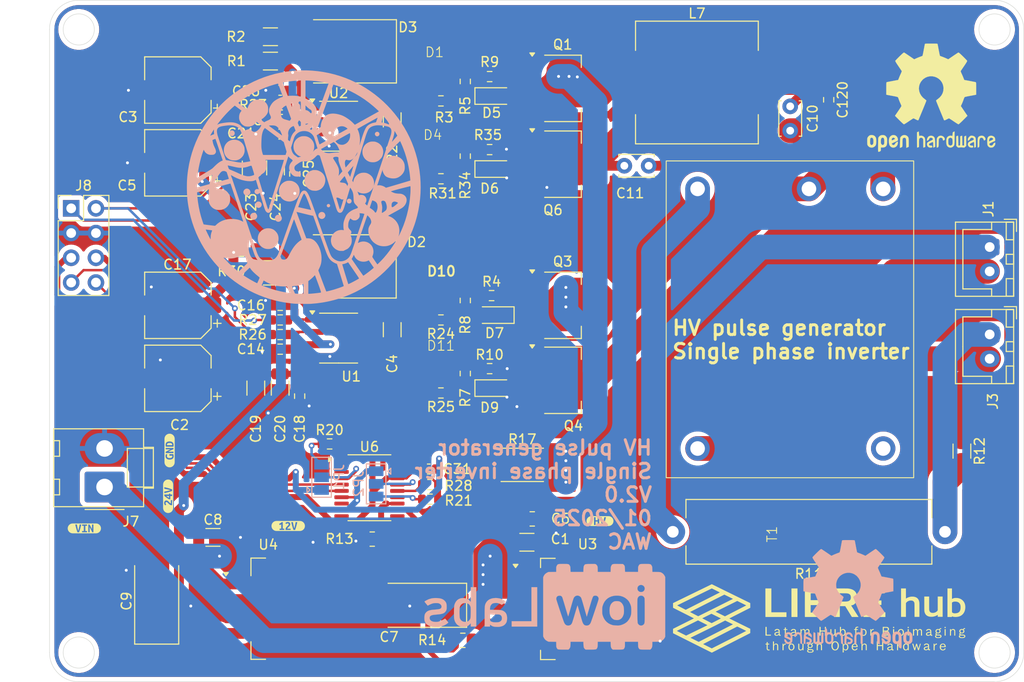
<source format=kicad_pcb>
(kicad_pcb (version 20240108) (generator "pcbnew") (generator_version "8.0")
  (layers (0 "F.Cu" signal) (31 "B.Cu" signal) (34 "B.Paste" user) (35 "F.Paste" user) (36 "B.SilkS" user "B.Silkscreen") (37 "F.SilkS" user "F.Silkscreen") (38 "B.Mask" user) (39 "F.Mask" user) (44 "Edge.Cuts" user))
  (net 0 "")
  (net 1 "+24CH1")
  (net 2 "PWRGND2")
  (net 3 "+12V")
  (net 4 "Net-(D2-K)")
  (net 5 "VP3CHX")
  (net 6 "HV2")
  (net 7 "Net-(U1-HI)")
  (net 8 "Net-(U1-LI)")
  (net 9 "Net-(U1-VDD)")
  (net 10 "Net-(U2-HI)")
  (net 11 "VP1CHX")
  (net 12 "Net-(D3-K)")
  (net 13 "Net-(U2-VDD)")
  (net 14 "Net-(U2-LI)")
  (net 15 "3.3V")
  (net 16 "Net-(T1-AA)")
  (net 17 "Net-(D1-K)")
  (net 18 "Net-(D1-A)")
  (net 19 "Net-(D2-A)")
  (net 20 "Net-(D3-A)")
  (net 21 "Net-(D4-K)")
  (net 22 "Net-(D4-A)")
  (net 23 "Net-(D5-A)")
  (net 24 "Net-(D5-K)")
  (net 25 "Net-(D6-K)")
  (net 26 "Net-(D7-A)")
  (net 27 "Net-(D7-K)")
  (net 28 "Net-(D9-K)")
  (net 29 "Net-(D10-A)")
  (net 30 "Net-(D10-K)")
  (net 31 "Net-(D11-A)")
  (net 32 "Net-(D11-K)")
  (net 33 "HVCH1")
  (net 34 "HV")
  (net 35 "VSCH1")
  (net 36 "SCL")
  (net 37 "SDA")
  (net 38 "UxPWMxB'")
  (net 39 "UxPWMxA'")
  (net 40 "Net-(JP1-C)")
  (net 41 "Net-(JP1-B)")
  (net 42 "Net-(JP2-C)")
  (net 43 "Net-(JP2-B)")
  (net 44 "P0B00")
  (net 45 "P0W00")
  (net 46 "P1W00")
  (net 47 "P1B00")
  (net 48 "Net-(U6E-~{RESET})")
  (net 58 "GND1")
  (net 59 "GND")
  (footprint "Capacitor_SMD:C_0603_1608Metric" (layer "F.Cu") (at 88.925 111.15)
    (property "Reference" "C31")
    (property "Value" "100nF")
  )
  (footprint "Resistor_SMD:R_1206_3216Metric" (layer "F.Cu") (at 71.175 102.84 -90)
    (property "Reference" "C19")
    (property "Value" "10uF")
  )
  (footprint "Resistor_SMD:R_1206_3216Metric" (layer "F.Cu") (at 72.675 91.34)
    (property "Reference" "R30")
    (property "Value" "10ohm")
  )
  (footprint "Resistor_SMD:R_1206_3216Metric" (layer "F.Cu") (at 85.175 96.84 -90)
    (property "Reference" "C4")
    (property "Value" "100nF")
  )
  (footprint "Resistor_SMD:R_0603_1608Metric" (layer "F.Cu") (at 92.675 101.34 90)
    (property "Reference" "R7")
    (property "Value" "10ohm")
  )
  (footprint "Resistor_SMD:R_0603_1608Metric" (layer "F.Cu") (at 90.175 103.34 180)
    (property "Reference" "R25")
    (property "Value" "6.8ohm")
  )
  (footprint "Connector_Molex:Molex_KK-396_A-41791-0002_1x02_P3.96mm_Vertical" (layer "F.Cu") (at 55.65 113 90)
    (property "Reference" "J7")
    (property "Value" "HDR-2x1")
  )
  (footprint "Resistor_SMD:R_0603_1608Metric" (layer "F.Cu") (at 73.675 75.25)
    (property "Reference" "R6")
    (property "Value" "49.9ohm")
  )
  (footprint "Diode_SMD:D_SMC" (layer "F.Cu") (at 80.675 90.34 180)
    (property "Reference" "D2")
    (property "Value" "MURS360T3G")
  )
  (footprint "Package_TO_SOT_SMD:SOT-223" (layer "F.Cu") (at 102.675 72.0525)
    (property "Reference" "Q1")
    (property "Value" "821-TSM950N10CWRPG")
  )
  (footprint "Resistor_SMD:R_0603_1608Metric" (layer "F.Cu") (at 73.675 95.84 180)
    (property "Reference" "R27")
    (property "Value" "49.9ohm")
  )
  (footprint "Resistor_SMD:R_0805_2012Metric" (layer "F.Cu") (at 92.425 128.75)
    (property "Reference" "R14")
    (property "Value" "470k")
  )
  (footprint "Resistor_SMD:R_0603_1608Metric" (layer "F.Cu") (at 92.675 93.84 -90)
    (property "Reference" "R8")
    (property "Value" "10k")
  )
  (footprint "Connector_PinHeader_2.54mm:PinHeader_2x04_P2.54mm_Vertical" (layer "F.Cu") (at 52.225 84.375)
    (property "Reference" "J8")
    (property "Value" "Conn_02x04_Odd_Even")
  )
  (footprint "Resistor_SMD:R_0603_1608Metric" (layer "F.Cu") (at 95.375 93.34)
    (property "Reference" "R4")
    (property "Value" "10ohm")
  )
  (footprint "Connector_JST:JST_XH_B2B-XH-A_1x02_P2.50mm_Vertical" (layer "F.Cu") (at 146.5 97.325 -90)
    (property "Reference" "J3")
    (property "Value" "HDR-2x1")
  )
  (footprint "IoWLabs:Transformer_EE2" (layer "F.Cu") (at 135.57 109.045 90)
    (property "Reference" "T1")
    (property "Value" "Transformer_1P_1S")
  )
  (footprint "Resistor_THT:R_Axial_Power_L25.0mm_W6.4mm_P27.94mm" (layer "F.Cu") (at 141.915 117.6 180)
    (property "Reference" "R11")
    (property "Value" "500M")
  )
  (footprint "Resistor_SMD:R_1206_3216Metric" (layer "F.Cu") (at 70.7 80.25 -90)
    (property "Reference" "C23")
    (property "Value" "10uF")
  )
  (footprint "Resistor_SMD:R_0603_1608Metric" (layer "F.Cu") (at 78.75 108.575)
    (property "Reference" "R20")
    (property "Value" "10k")
  )
  (footprint "Resistor_SMD:R_1206_3216Metric" (layer "F.Cu") (at 73.2 80.2125 -90)
    (property "Reference" "C24")
    (property "Value" "10uF")
  )
  (footprint "Resistor_SMD:R_0603_1608Metric" (layer "F.Cu") (at 73.675 94.34 180)
    (property "Reference" "C16")
    (property "Value" "33pF")
  )
  (footprint "Diode_SMD:D_SOD-323_HandSoldering" (layer "F.Cu") (at 95.675 95.34 180)
    (property "Reference" "D7")
    (property "Value" "BAT54HT1G")
  )
  (footprint "kibuzzard-6790E42E" (layer "F.Cu") (at 62.175 113.95 90)
    (property "Reference" "kibuzzard-6790E42E" (hide yes))
    (property "Value" "G***" (hide yes))
  )
  (footprint "Diode_SMD:D_SOD-323_HandSoldering" (layer "F.Cu") (at 95.675 80.34)
    (property "Reference" "D6")
    (property "Value" "BAT54HT1G")
  )
  (footprint "Resistor_SMD:R_1206_3216Metric" (layer "F.Cu") (at 72.675 88.84)
    (property "Reference" "R22")
    (property "Value" "3.3ohm")
  )
  (footprint "Resistor_SMD:R_0603_1608Metric" (layer "F.Cu") (at 129.975 73.225 -90)
    (property "Reference" "C120")
    (property "Value" "470nF")
  )
  (footprint "Package_SO:SOIC-8_3.9x4.9mm_P1.27mm" (layer "F.Cu") (at 79.675 75.94)
    (property "Reference" "U2")
    (property "Value" "UCC27712D")
  )
  (footprint "Resistor_SMD:R_0805_2012Metric" (layer "F.Cu") (at 83.125 118.35)
    (property "Reference" "R13")
    (property "Value" "24k")
  )
  (footprint "Package_SO:TSSOP-20_4.4x6.5mm_P0.65mm" (layer "F.Cu") (at 82.8375 113.075)
    (property "Reference" "U6")
    (property "Value" "MCP4451-xxxx-ST")
  )
  (footprint "Symbol:OSHW-Logo2_14.6x12mm_SilkScreen" (layer "F.Cu") (at 140.5 73)
    (property "Reference" "REF**" (hide yes))
    (property "Value" "OSHW-Logo2_14.6x12mm_SilkScreen" (hide yes))
  )
  (footprint "Diode_SMD:D_SMC" (layer "F.Cu") (at 80.7 68.25 180)
    (property "Reference" "D3")
    (property "Value" "MURS360T3G")
  )
  (footprint "Resistor_SMD:R_0603_1608Metric" (layer "F.Cu") (at 92.675 79.015 90)
    (property "Reference" "R34")
    (property "Value" "10ohm")
  )
  (footprint "Resistor_SMD:R_1206_3216Metric" (layer "F.Cu") (at 72.675 66.75)
    (property "Reference" "R2")
    (property "Value" "3.3ohm")
  )
  (footprint "IoWLabsLogos:LIBRE_HUB" (layer "F.Cu") (at 129 126.5)
    (property "Reference" "G***" (hide yes))
    (property "Value" "LOGO" (hide yes))
  )
  (footprint "Capacitor_SMD:CP_Elec_6.3x5.8" (layer "F.Cu") (at 63.175 101.84 180)
    (property "Reference" "C2")
    (property "Value" "10uF")
  )
  (footprint "kibuzzard-6790EA6C" (layer "F.Cu") (at 106.5 116.5)
    (property "Reference" "kibuzzard-6790EA6C" (hide yes))
    (property "Value" "G***" (hide yes))
  )
  (footprint "IoWLabs:DO - 216" (layer "F.Cu") (at 90.175 78.84)
    (property "Reference" "D4")
    (property "Value" "MBRM130LT1G")
  )
  (footprint "Resistor_SMD:R_1206_3216Metric" (layer "F.Cu") (at 85.175 75.2875 -90)
    (property "Reference" "C22")
    (property "Value" "100nF")
  )
  (footprint "Capacitor_SMD:C_0603_1608Metric" (layer "F.Cu") (at 73.675 76.75)
    (property "Reference" "C21")
    (property "Value" "33pF")
  )
  (footprint "Resistor_SMD:R_0603_1608Metric" (layer "F.Cu") (at 90.175 81.34 180)
    (property "Reference" "R31")
    (property "Value" "6.8ohm")
  )
  (footprint "Capacitor_SMD:C_0603_1608Metric" (layer "F.Cu") (at 73.675 72.25 180)
    (property "Reference" "C26")
    (property "Value" "33pF")
  )
  (footprint "Connector_JST:JST_XH_B2B-XH-A_1x02_P2.50mm_Vertical" (layer "F.Cu") (at 146.5 88.35 -90)
    (property "Reference" "J1")
    (property "Value" "HDR-2x1")
  )
  (footprint "Resistor_SMD:R_0603_1608Metric" (layer "F.Cu") (at 75.675 103.665 -90)
    (property "Reference" "C18")
    (property "Value" "100nF")
  )
  (footprint "Capacitor_SMD:CP_Elec_6.3x5.8" (layer "F.Cu") (at 63.175 79.7 180)
    (property "Reference" "C5")
    (property "Value" "10uF")
  )
  (footprint "Resistor_SMD:R_0805_2012Metric" (layer "F.Cu") (at 99.55 116.275)
    (property "Reference" "C6")
    (property "Value" "100nF")
  )
  (footprint "Resistor_SMD:R_1206_3216Metric" (layer "F.Cu") (at 72.675 69.25)
    (property "Reference" "R1")
    (property "Value" "10ohm")
  )
  (footprint "Package_TO_SOT_SMD:TO-263-5_TabPin3" (layer "F.Cu") (at 105.225 125.525)
    (property "Reference" "U3")
    (property "Value" "MIC29302WU")
  )
  (footprint "Diode_SMD:D_SOD-323_HandSoldering" (layer "F.Cu") (at 95.675 72.84)
    (property "Reference" "D5")
    (property "Value" "BAT54HT1G")
  )
  (footprint "Inductor_SMD:L_12x12mm_H6mm" (layer "F.Cu") (at 116.45 71.45)
    (property "Reference" "L7")
    (property "Value" "6.1uH")
  )
  (footprint "Capacitor_Tantalum_SMD:CP_EIA-7343-31_Kemet-D" (layer "F.Cu") (at 61 124.725 90)
    (property "Reference" "C9")
    (property "Value" "10uF")
  )
  (footprint "IoWLabs:DO - 216" (layer "F.Cu") (at 90.175 100.84)
    (property "Reference" "D11")
    (property "Value" "MBRM130LT1G")
  )
  (footprint "kibuzzard-6790EA5D" (layer "F.Cu") (at 74.5 117)
    (property "Reference" "kibuzzard-6790EA5D" (hide yes))
    (property "Value" "G***" (hide yes))
  )
  (footprint "IoWLabs:DO - 216" (layer "F.Cu") (at 90.175 93.34)
    (property "Reference" "D10")
    (property "Value" "MBRM130LT1G")
  )
  (footprint "Resistor_SMD:R_1206_3216Metric" (layer "F.Cu") (at 99 118.675)
    (property "Reference" "C1")
    (property "Value" "10uF")
  )
  (footprint "Resistor_SMD:R_0603_1608Metric" (layer "F.Cu") (at 73.675 73.75 180)
    (property "Reference" "R23")
    (property "Value" "49.9ohm")
  )
  (footprint "Resistor_SMD:R_0603_1608Metric" (layer "F.Cu") (at 95.175 100.84)
    (property "Reference" "R10")
    (property "Value" "10k")
  )
  (footprint "Package_TO_SOT_SMD:SOT-223" (layer "F.Cu") (at 102.675 79.84)
    (property "Reference" "Q6")
    (property "Value" "821-TSM950N10CWRPG")
  )
  (footprint "Resistor_SMD:R_0603_1608Metric" (layer "F.Cu") (at 89.05 112.75)
    (property "Reference" "R28")
    (property "Value" "10k")
  )
  (footprint "Resistor_SMD:R_0603_1608Metric" (layer "F.Cu") (at 95.175 78.34)
    (property "Reference" "R35")
    (property "Value" "10k")
  )
  (footprint "Resistor_SMD:R_1206_3216Metric" (layer "F.Cu") (at 73.675 102.84 -90)
    (property "Reference" "C20")
    (property "Value" "10uF")
  )
  (footprint "IoWLabs:DO - 216" (layer "F.Cu") (at 90.175 70.84)
    (property "Reference" "D1")
    (property "Value" "MBRM130LT1G")
  )
  (footprint "Capacitor_Tantalum_SMD:CP_EIA-7343-31_Kemet-D" (layer "F.Cu") (at 88.4 125.15 180)
    (property "Reference" "C7")
    (property "Value" "10uF")
  )
  (footprint "Package_TO_SOT_SMD:TO-263-3_TabPin4" (layer "F.Cu") (at 75.5 125.5)
    (property "Reference" "U4")
    (property "Value" "~")
  )
  (footprint "Package_SO:SOIC-8_3.9x4.9mm_P1.27mm" (layer "F.Cu") (at 79.675 97.705)
    (property "Reference" "U1")
    (property "Value" "UCC27712D")
  )
  (footprint "Resistor_SMD:R_2512_6332Metric" (layer "F.Cu") (at 98.525 110.725)
    (property "Reference" "R17")
    (property "Value" "200")
  )
  (footprint "Package_TO_SOT_SMD:SOT-223" (layer "F.Cu") (at 102.675 102.04)
    (property "Reference" "Q4")
    (property "Value" "821-TSM950N10CWRPG")
  )
  (footprint "Resistor_SMD:R_0603_1608Metric" (layer "F.Cu") (at 73.675 97.34)
    (property "Reference" "R26")
    (property "Value" "49.9ohm")
  )
  (footprint "Resistor_SMD:R_0603_1608Metric" (layer "F.Cu") (at 90.175 95.84 180)
    (property "Reference" "R24")
    (property "Value" "6.8ohm")
  )
  (footprint "Package_TO_SOT_SMD:SOT-223" (layer "F.Cu") (at 102.675 94.34)
    (property "Reference" "Q3")
    (property "Value" "821-TSM950N10CWRPG")
  )
  (footprint "Resistor_SMD:R_0603_1608Metric" (layer "F.Cu") (at 89.05 114.25)
    (property "Reference" "R21")
    (property "Value" "10k")
  )
  (footprint "Resistor_SMD:R_1206_3216Metric" (layer "F.Cu") (at 143.65 109.3125 -90)
    (property "Reference" "R12")
    (property "Value" "1M")
  )
  (footprint "kibuzzard-6790E442" (layer "F.Cu") (at 62.325 109.25 90)
    (property "Reference" "kibuzzard-6790E442" (hide yes))
    (property "Value" "G***" (hide yes))
  )
  (footprint "Resistor_SMD:R_0603_1608Metric" (layer "F.Cu") (at 90.175 73.34 180)
    (property "Reference" "R3")
    (property "Value" "6.8ohm")
  )
  (footprint "Capacitor_SMD:CP_Elec_6.3x5.8" (layer "F.Cu") (at 63.175 94.34 180)
    (property "Reference" "C17")
    (property "Value" "10uF")
  )
  (footprint "Resistor_SMD:R_0603_1608Metric" (layer "F.Cu") (at 92.675 71.34 90)
    (property "Reference" "R5")
    (property "Value" "10ohm")
  )
  (footprint "Capacitor_THT:C_Disc_D3.4mm_W2.1mm_P2.50mm" (layer "F.Cu") (at 126.025 73.9 -90)
    (property "Reference" "C10")
    (property "Value" "470nF" (hide yes))
  )
  (footprint "Capacitor_THT:C_Disc_D3.4mm_W2.1mm_P2.50mm" (layer "F.Cu") (at 109 80)
    (property "Reference" "C11")
    (property "Value" "470nF" (hide yes))
  )
  (footprint "kibuzzard-6790E423" (layer "F.Cu") (at 53.575 117.25)
    (property "Reference" "kibuzzard-6790E423" (hide yes))
    (property "Value" "G***" (hide yes))
  )
  (footprint "Resistor_SMD:R_0603_1608Metric" (layer "F.Cu") (at 73.675 98.84)
    (property "Reference" "C14")
    (property "Value" "33pF")
  )
  (footprint "Resistor_SMD:R_0603_1608Metric" (layer "F.Cu") (at 75.175 80.84 -90)
    (property "Reference" "C25")
    (property "Value" "100nF")
  )
  (footprint "Diode_SMD:D_SOD-323_HandSoldering" (layer "F.Cu") (at 95.675 102.84)
    (property "Reference" "D9")
    (property "Value" "BAT54HT1G")
  )
  (footprint "Resistor_SMD:R_0603_1608Metric" (layer "F.Cu") (at 95.175 70.84)
    (property "Reference" "R9")
    (property "Value" "10k")
  )
  (footprint "Resistor_SMD:R_1206_3216Metric" (layer "F.Cu") (at 66.775 118.175)
    (property "Reference" "C8")
    (property "Value" "10uF")
  )
  (footprint "Capacitor_SMD:CP_Elec_6.3x5.8" (layer "F.Cu") (at 63.175 72.225 180)
    (property "Reference" "C3")
    (property "Value" "10uF")
  )
  (footprint "IoWLabsLogos:wenzel_lab" (layer "B.Cu") (at 76.1 82.2 180)
    (property "Reference" "G***" (hide yes))
    (property "Value" "LOGO" (hide yes))
  )
  (footprint "Symbol:OSHW-Logo2_14.6x12mm_SilkScreen" (layer "B.Cu") (at 132 124 180)
    (property "Reference" "REF**" (hide yes))
    (property "Value" "OSHW-Logo2_14.6x12mm_SilkScreen" (hide yes))
  )
  (footprint "Jumper:SolderJumper-3_P1.3mm_Open_Pad1.0x1.5mm" (layer "B.Cu") (at 83.525 112.675 -90)
    (property "Reference" "JP2")
    (property "Value" "SolderJumper_3_Open")
  )
  (footprint "Jumper:SolderJumper-3_P1.3mm_Open_Pad1.0x1.5mm" (layer "B.Cu") (at 77.925 112 90)
    (property "Reference" "JP1")
    (property "Value" "SolderJumper_3_Open")
  )
  (footprint "IoWLabsLogos:IoWLabs_logo_25mm" (layer "B.Cu") (at 100.7 125.3 180)
    (property "Reference" "G***" (hide yes))
    (property "Value" "LOGO" (hide yes))
  )
  (gr_circle (center 53 66) (end 54.6 66) (stroke (width 0.05)) (fill none) (layer "Edge.Cuts"))
  (gr_circle (center 147 66) (end 148.6 66) (stroke (width 0.05)) (fill none) (layer "Edge.Cuts"))
  (gr_arc (start 53 133) (mid 50.87868 132.12132) (end 50 130) (stroke (width 0.05)) (layer "Edge.Cuts"))
  (gr_circle (center 147 130) (end 148.6 130) (stroke (width 0.05)) (fill none) (layer "Edge.Cuts"))
  (gr_line (start 147 63) (end 53 63) (stroke (width 0.05)) (layer "Edge.Cuts"))
  (gr_circle (center 53 130) (end 54.6 130) (stroke (width 0.05)) (fill none) (layer "Edge.Cuts"))
  (gr_line (start 50 66) (end 50 130) (stroke (width 0.05)) (layer "Edge.Cuts"))
  (gr_arc (start 150 130) (mid 149.12132 132.12132) (end 147 133) (stroke (width 0.05)) (layer "Edge.Cuts"))
  (gr_arc (start 50 66) (mid 50.87868 63.87868) (end 53 63) (stroke (width 0.05)) (layer "Edge.Cuts"))
  (gr_line (start 53 133) (end 147 133) (stroke (width 0.05)) (layer "Edge.Cuts"))
  (gr_line (start 150 130) (end 150 66) (stroke (width 0.05)) (layer "Edge.Cuts"))
  (gr_arc (start 147 63) (mid 149.12132 63.87868) (end 150 66) (stroke (width 0.05)) (layer "Edge.Cuts"))
  (gr_text "HV pulse generator\nSingle phase inverter\nV2.0\n01/2025\nWAC" (at 112 119.5 -0) (layer "B.SilkS") (effects (font (size 1.5 1.5) (thickness 0.3) (bold yes)) (justify left bottom mirror)))
  (gr_text "HV pulse generator\nSingle phase inverter" (at 113.775 99.95 0) (layer "F.SilkS") (effects (font (size 1.5 1.5) (thickness 0.3) (bold yes)) (justify left bottom)))
  (segment (start 97.575 122.125) (end 97.575 121.425) (width 1.016) (layer "F.Cu") (net 1))
  (segment (start 67.45 120.1) (end 65.7375 120.1) (width 1.016) (layer "F.Cu") (net 1))
  (segment (start 97.575 121.425) (end 96.25 120.1) (width 1.016) (layer "F.Cu") (net 1))
  (segment (start 96.25 120.1) (end 95.225 120.1) (width 1.016) (layer "F.Cu") (net 1))
  (segment (start 65.3125 120.5725) (end 67.475 122.735) (width 1.016) (layer "F.Cu") (net 1))
  (segment (start 65.3125 119.675) (end 65.3125 120.5725) (width 1.016) (layer "F.Cu") (net 1))
  (segment (start 97.575 122.125) (end 97.575 118.7125) (width 1.016) (layer "F.Cu") (net 1))
  (segment (start 98.6375 117.575) (end 97.5375 118.675) (width 1.016) (layer "F.Cu") (net 1))
  (segment (start 65.7375 120.1) (end 65.3125 119.675) (width 1.016) (layer "F.Cu") (net 1))
  (segment (start 97.575 118.7125) (end 97.5375 118.675) (width 1.016) (layer "F.Cu") (net 1))
  (segment (start 97.575 123.825) (end 97.575 122.125) (width 1.016) (layer "F.Cu") (net 1))
  (segment (start 65.3125 118.175) (end 65.3125 119.675) (width 1.016) (layer "F.Cu") (net 1))
  (segment (start 98.6375 116.275) (end 98.6375 117.575) (width 1.016) (layer "F.Cu") (net 1))
  (via (at 94.5 123) (size 0.6) (drill 0.3) (layers "F.Cu" "B.Cu") (net 1))
  (via (at 67.45 120.1) (size 0.6) (drill 0.3) (layers "F.Cu" "B.Cu") (net 1))
  (via (at 95.225 120.1) (size 0.6) (drill 0.3) (layers "F.Cu" "B.Cu") (net 1))
  (via (at 94.5 122) (size 0.6) (drill 0.3) (layers "F.Cu" "B.Cu") (net 1))
  (via (at 94.5 121) (size 0.6) (drill 0.3) (layers "F.Cu" "B.Cu") (net 1))
  (segment (start 55.65 113) (end 56.25 113) (width 2.54) (layer "B.Cu") (net 1))
  (segment (start 90.575 128.775) (end 95.225 124.125) (width 2.54) (layer "B.Cu") (net 1))
  (segment (start 95.225 124.125) (end 95.225 120.1) (width 2.54) (layer "B.Cu") (net 1))
  (segment (start 63.35 120.1) (end 72.025 128.775) (width 2.54) (layer "B.Cu") (net 1))
  (segment (start 72.025 128.775) (end 90.575 128.775) (width 2.54) (layer "B.Cu") (net 1))
  (segment (start 67.45 120.1) (end 63.35 120.1) (width 2.54) (layer "B.Cu") (net 1))
  (segment (start 56.25 113) (end 63.35 120.1) (width 2.54) (layer "B.Cu") (net 1))
  (segment (start 146.275 90.85) (end 136.715 90.85) (width 2.54) (layer "F.Cu") (net 2))
  (segment (start 127.74 99.825) (end 127.22 100.345) (width 2.54) (layer "F.Cu") (net 2))
  (segment (start 127.22 100.345) (end 118.52 109.045) (width 2.54) (layer "F.Cu") (net 2))
  (segment (start 143.65 102.55) (end 146.375 99.825) (width 2.54) (layer "F.Cu") (net 2))
  (segment (start 136.715 90.85) (end 127.22 100.345) (width 2.54) (layer "F.Cu") (net 2))
  (segment (start 118.52 109.045) (end 116.52 109.045) (width 2.54) (layer "F.Cu") (net 2))
  (segment (start 146.375 99.825) (end 127.74 99.825) (width 2.54) (layer "F.Cu") (net 2))
  (segment (start 143.65 107.85) (end 143.65 102.55) (width 2.54) (layer "F.Cu") (net 2))
  (segment (start 63.284 115.391) (end 63.284 126.524) (width 1.016) (layer "F.Cu") (net 3))
  (segment (start 71.2125 69.25) (end 68.85 69.25) (width 1.016) (layer "F.Cu") (net 3))
  (segment (start 68.85 69.25) (end 65.875 72.225) (width 1.016) (layer "F.Cu") (net 3))
  (segment (start 68.875 91.34) (end 71.2125 91.34) (width 1.016) (layer "F.Cu") (net 3))
  (segment (start 61.0225 127.815) (end 61 127.8375) (width 1.016) (layer "F.Cu") (net 3))
  (segment (start 63.284 126.524) (end 64.575 127.815) (width 1.016) (layer "F.Cu") (net 3))
  (segment (start 65.875 94.34) (end 68.875 91.34) (width 1.016) (layer "F.Cu") (net 3))
  (segment (start 64.575 127.815) (end 61.0225 127.815) (width 1.016) (layer "F.Cu") (net 3))
  (segment (start 65.875 101.84) (end 65.875 94.34) (width 1.016) (layer "F.Cu") (net 3))
  (segment (start 67.475 127.815) (end 64.575 127.815) (width 1.016) (layer "F.Cu") (net 3))
  (segment (start 65.875 79.7) (end 65.875 72.225) (width 1.016) (layer "F.Cu") (net 3))
  (segment (start 65.875 81.425) (end 65.675 81.625) (width 1.016) (layer "F.Cu") (net 3))
  (segment (start 68.875 88.925) (end 68.9 88.9) (width 1.016) (layer "F.Cu") (net 3))
  (segment (start 68.875 91.34) (end 68.875 88.925) (width 1.016) (layer "F.Cu") (net 3))
  (segment (start 63.775 114.9) (end 63.284 115.391) (width 1.016) (layer "F.Cu") (net 3))
  (segment (start 65.875 79.7) (end 65.875 81.425) (width 1.016) (layer "F.Cu") (net 3))
  (via (at 65.675 81.625) (size 0.6) (drill 0.3) (layers "F.Cu" "B.Cu") (net 3))
  (via (at 63.775 114.9) (size 0.6) (drill 0.3) (layers "F.Cu" "B.Cu") (net 3))
  (via (at 68.9 88.9) (size 0.6) (drill 0.3) (layers "F.Cu" "B.Cu") (net 3))
  (segment (start 73.75 102.674472) (end 63.775 112.649472) (width 1.016) (layer "B.Cu") (net 3))
  (segment (start 63.775 112.649472) (end 63.775 114.9) (width 1.016) (layer "B.Cu") (net 3))
  (segment (start 68.9 88.9) (end 72.95 88.9) (width 1.016) (layer "B.Cu") (net 3))
  (segment (start 73.75 91.975) (end 73.75 102.674472) (width 1.016) (layer "B.Cu") (net 3))
  (segment (start 73.75 89.7) (end 73.75 91.975) (width 1.016) (layer "B.Cu") (net 3))
  (segment (start 72.95 88.9) (end 73.175 89.125) (width 1.016) (layer "B.Cu") (net 3))
  (segment (start 65.675 81.625) (end 73.75 89.7) (width 1.016) (layer "B.Cu") (net 3))
  (segment (start 83.6375 95.3775) (end 85.175 95.3775) (width 0.8128) (layer "F.Cu") (net 4))
  (segment (start 84.075 94.94) (end 83.6375 95.3775) (width 0.8128) (layer "F.Cu") (net 4))
  (segment (start 84.075 90.34) (end 84.075 94.94) (width 0.8128) (layer "F.Cu") (net 4))
  (segment (start 83.215 95.8) (end 83.6375 95.3775) (width 0.8128) (layer "F.Cu") (net 4))
  (segment (start 83.215 95.8) (end 82.15 95.8) (width 0.6096) (layer "F.Cu") (net 4))
  (segment (start 129.5 78) (end 129.5 80.825) (width 2.54) (layer "F.Cu") (net 5))
  (segment (start 127.9 76.4) (end 129.5 78) (width 2.54) (layer "F.Cu") (net 5))
  (segment (start 129.5 80.825) (end 127.95 82.375) (width 2.54) (layer "F.Cu") (net 5))
  (segment (start 129.975 75.025) (end 129.5 75.5) (width 1.016) (layer "F.Cu") (net 5))
  (segment (start 129.975 74.05) (end 129.975 74.375) (width 1.016) (layer "F.Cu") (net 5))
  (segment (start 129.975 74.375) (end 129.975 75.025) (width 1.016) (layer "F.Cu") (net 5))
  (segment (start 129.5 75.5) (end 129.5 78) (width 2.54) (layer "F.Cu") (net 5))
  (segment (start 105.825 102.04) (end 125.49 82.375) (width 2.54) (layer "F.Cu") (net 5))
  (segment (start 105.825 102.04) (end 99.525 102.04) (width 2.54) (layer "F.Cu") (net 5))
  (segment (start 126.025 76.4) (end 127.9 76.4) (width 2.54) (layer "F.Cu") (net 5))
  (segment (start 82.15 98.34) (end 85.1375 98.34) (width 0.8128) (layer "F.Cu") (net 5))
  (segment (start 125.49 82.375) (end 127.95 82.375) (width 2.54) (layer "F.Cu") (net 5))
  (segment (start 99.525 96.64) (end 97.8625 98.3025) (width 0.8128) (layer "F.Cu") (net 5))
  (segment (start 85.1375 98.34) (end 85.175 98.3025) (width 0.8128) (layer "F.Cu") (net 5))
  (segment (start 97.8625 98.3025) (end 85.175 98.3025) (width 0.8128) (layer "F.Cu") (net 5))
  (segment (start 97.575 127.225) (end 94.575 127.225) (width 1.016) (layer "F.Cu") (net 6))
  (segment (start 91.5125 128.75) (end 91.5125 125.15) (width 1.016) (layer "F.Cu") (net 6))
  (segment (start 95.5625 114.8875) (end 95.5625 110.725) (width 2.54) (layer "F.Cu") (net 6))
  (segment (start 91.5125 125.15) (end 91.5125 118.9375) (width 2.54) (layer "F.Cu") (net 6))
  (segment (start 92.5 125.15) (end 91.5125 125.15) (width 1.016) (layer "F.Cu") (net 6))
  (segment (start 94.575 127.225) (end 92.5 125.15) (width 1.016) (layer "F.Cu") (net 6))
  (segment (start 91.5125 118.9375) (end 95.5625 114.8875) (width 2.54) (layer "F.Cu") (net 6))
  (segment (start 75.65 97.07) (end 74.77 97.07) (width 0.254) (layer "F.Cu") (net 7))
  (segment (start 75.025 98.84) (end 75.425 98.44) (width 0.254) (layer "F.Cu") (net 7))
  (segment (start 77.2 97.07) (end 75.65 97.07) (width 0.254) (layer "F.Cu") (net 7))
  (segment (start 74.5 98.84) (end 75.025 98.84) (width 0.254) (layer "F.Cu") (net 7))
  (segment (start 75.425 98.44) (end 75.425 97.295) (width 0.254) (layer "F.Cu") (net 7))
  (segment (start 74.77 97.07) (end 74.5 97.34) (width 0.254) (layer "F.Cu") (net 7))
  (segment (start 75.425 97.295) (end 75.65 97.07) (width 0.254) (layer "F.Cu") (net 7))
  (segment (start 75.925 95.8) (end 74.54 95.8) (width 0.254) (layer "F.Cu") (net 8))
  (segment (start 75.425 95.565) (end 75.66 95.8) (width 0.254) (layer "F.Cu") (net 8))
  (segment (start 75.66 95.8) (end 75.925 95.8) (width 0.254) (layer "F.Cu") (net 8))
  (segment (start 74.975 94.34) (end 75.425 94.79) (width 0.254) (layer "F.Cu") (net 8))
  (segment (start 77.2 95.8) (end 75.925 95.8) (width 0.254) (layer "F.Cu") (net 8))
  (segment (start 74.54 95.8) (end 74.5 95.84) (width 0.254) (layer "F.Cu") (net 8))
  (segment (start 75.425 94.79) (end 75.425 95.565) (width 0.254) (layer "F.Cu") (net 8))
  (segment (start 74.5 94.34) (end 74.975 94.34) (width 0.254) (layer "F.Cu") (net 8))
  (segment (start 73.9 91.34) (end 74.1375 91.34) (width 1.016) (layer "F.Cu") (net 9))
  (segment (start 75.0775 101.3775) (end 75.675 101.975) (width 0.6096) (layer "F.Cu") (net 9))
  (segment (start 77.2 98.34) (end 76.46 98.34) (width 0.6096) (layer "F.Cu") (net 9))
  (segment (start 76.46 98.34) (end 75.6 99.2) (width 0.6096) (layer "F.Cu") (net 9))
  (segment (start 71.4 88.84) (end 73.9 91.34) (width 1.016) (layer "F.Cu") (net 9))
  (segment (start 71.2125 88.84) (end 71.4 88.84) (width 1.016) (layer "F.Cu") (net 9))
  (segment (start 71.175 101.3775) (end 73.675 101.3775) (width 0.6096) (layer "F.Cu") (net 9))
  (segment (start 74.8225 101.3775) (end 73.675 101.3775) (width 0.6096) (layer "F.Cu") (net 9))
  (segment (start 74.1375 91.34) (end 74.1375 91.5875) (width 1.016) (layer "F.Cu") (net 9))
  (segment (start 78.835 98.34) (end 77.2 98.34) (width 0.8128) (layer "F.Cu") (net 9))
  (segment (start 75.675 101.975) (end 75.675 102.84) (width 0.6096) (layer "F.Cu") (net 9))
  (segment (start 74.1375 91.5875) (end 75.125 92.575) (width 1.016) (layer "F.Cu") (net 9))
  (segment (start 75.6 100.6) (end 74.8225 101.3775) (width 0.6096) (layer "F.Cu") (net 9))
  (segment (start 73.675 101.3775) (end 75.0775 101.3775) (width 0.6096) (layer "F.Cu") (net 9))
  (segment (start 75.6 99.2) (end 75.6 100.6) (width 0.6096) (layer "F.Cu") (net 9))
  (via (at 78.835 98.34) (size 0.6) (drill 0.3) (layers "F.Cu" "B.Cu") (net 9))
  (via (at 75.125 92.575) (size 0.6) (drill 0.3) (layers "F.Cu" "B.Cu") (net 9))
  (segment (start 78.835 98.34) (end 77.915 98.34) (width 0.8128) (layer "B.Cu") (net 9))
  (segment (start 75.125 95.55) (end 75.125 92.575) (width 0.8128) (layer "B.Cu") (net 9))
  (segment (start 77.915 98.34) (end 75.125 95.55) (width 0.8128) (layer "B.Cu") (net 9))
  (segment (start 74.45 76.75) (end 74.45 75.3) (width 0.254) (layer "F.Cu") (net 10))
  (segment (start 74.555 75.305) (end 74.5 75.25) (width 0.254) (layer "F.Cu") (net 10))
  (segment (start 74.45 75.3) (end 74.5 75.25) (width 0.254) (layer "F.Cu") (net 10))
  (segment (start 77.2 75.305) (end 74.555 75.305) (width 0.254) (layer "F.Cu") (net 10))
  (segment (start 105.985 80) (end 105.825 79.84) (width 1.016) (layer "F.Cu") (net 11))
  (segment (start 105.825 79.84) (end 111.5 74.165) (width 2.54) (layer "F.Cu") (net 11))
  (segment (start 111.5 74.165) (end 111.5 71.45) (width 2.54) (layer "F.Cu") (net 11))
  (segment (start 92.725 74.6) (end 99.2775 74.6) (width 0.8128) (layer "F.Cu") (net 11))
  (segment (start 99.2775 74.6) (end 99.525 74.3525) (width 0.8128) (layer "F.Cu") (net 11))
  (segment (start 82.15 76.575) (end 90.75 76.575) (width 0.8128) (layer "F.Cu") (net 11))
  (segment (start 90.75 76.575) (end 92.725 74.6) (width 0.8128) (layer "F.Cu") (net 11))
  (segment (start 105.825 79.84) (end 99.525 79.84) (width 2.54) (layer "F.Cu") (net 11))
  (segment (start 109 80) (end 105.985 80) (width 1.016) (layer "F.Cu") (net 11))
  (segment (start 84.965 74.035) (end 85.175 73.825) (width 0.8128) (layer "F.Cu") (net 12))
  (segment (start 84.1 68.25) (end 84.1 72.085) (width 0.8128) (layer "F.Cu") (net 12))
  (segment (start 84.1 72.085) (end 82.15 74.035) (width 0.8128) (layer "F.Cu") (net 12))
  (segment (start 82.15 74.035) (end 84.965 74.035) (width 0.8128) (layer "F.Cu") (net 12))
  (segment (start 78.725 76.575) (end 78.775 76.625) (width 0.8128) (layer "F.Cu") (net 13))
  (segment (start 74.1375 69.6125) (end 74.95 70.425) (width 1.016) (layer "F.Cu") (net 13))
  (segment (start 70.7 78.7875) (end 73.1625 78.7875) (width 1.016) (layer "F.Cu") (net 13))
  (segment (start 73.91 78.75) (end 75.175 80.015) (width 1.016) (layer "F.Cu") (net 13))
  (segment (start 73.2 78.75) (end 73.91 78.75) (width 1.016) (layer "F.Cu") (net 13))
  (segment (start 77.2 76.575) (end 78.725 76.575) (width 0.8128) (layer "F.Cu") (net 13))
  (segment (start 76.421132 76.575) (end 74.246132 78.75) (width 0.8128) (layer "F.Cu") (net 13))
  (segment (start 71.475 66.75) (end 73.975 69.25) (width 1.016) (layer "F.Cu") (net 13))
  (segment (start 77.2 76.575) (end 76.421132 76.575) (width 0.8128) (layer "F.Cu") (net 13))
  (segment (start 74.1375 69.25) (end 74.1375 69.6125) (width 1.016) (layer "F.Cu") (net 13))
  (segment (start 73.975 69.25) (end 74.1375 69.25) (width 1.016) (layer "F.Cu") (net 13))
  (segment (start 74.246132 78.75) (end 73.2 78.75) (width 0.8128) (layer "F.Cu") (net 13))
  (segment (start 71.2125 66.75) (end 71.475 66.75) (width 1.016) (layer "F.Cu") (net 13))
  (segment (start 73.1625 78.7875) (end 73.2 78.75) (width 1.016) (layer "F.Cu") (net 13))
  (via (at 78.775 76.625) (size 0.6) (drill 0.3) (layers "F.Cu" "B.Cu") (net 13))
  (via (at 74.95 70.425) (size 0.6) (drill 0.3) (layers "F.Cu" "B.Cu") (net 13))
  (segment (start 74.95 72.8) (end 78.775 76.625) (width 0.8128) (layer "B.Cu") (net 13))
  (segment (start 74.95 70.425) (end 74.95 72.8) (width 0.8128) (layer "B.Cu") (net 13))
  (segment (start 74.45 73.7) (end 74.5 73.75) (width 0.254) (layer "F.Cu") (net 14))
  (segment (start 74.785 74.035) (end 74.5 73.75) (width 0.254) (layer "F.Cu") (net 14))
  (segment (start 77.2 74.035) (end 74.785 74.035) (width 0.254) (layer "F.Cu") (net 14))
  (segment (start 74.45 72.25) (end 74.45 73.7) (width 0.254) (layer "F.Cu") (net 14))
  (segment (start 88.15 111.15) (end 87.59014 111.15) (width 0.254) (layer "F.Cu") (net 15))
  (segment (start 86.64014 112.1) (end 85.7 112.1) (width 0.254) (layer "F.Cu") (net 15))
  (segment (start 76.411212 114.0318) (end 68.246248 114.0318) (width 0.6096) (layer "F.Cu") (net 15))
  (segment (start 87.59014 111.15) (end 86.64014 112.1) (width 0.254) (layer "F.Cu") (net 15))
  (segment (start 50.8048 90.3702) (end 51.72 89.455) (width 0.6096) (layer "F.Cu") (net 15))
  (segment (start 50.8048 93.2548) (end 50.8048 90.3702) (width 0.6096) (layer "F.Cu") (net 15))
  (segment (start 65.875248 111.6608) (end 63.831747 111.6608) (width 0.6096) (layer "F.Cu") (net 15))
  (segment (start 85.7 112.1) (end 84.6 112.1) (width 0.3048) (layer "F.Cu") (net 15))
  (segment (start 68.246248 114.0318) (end 65.875248 111.6608) (width 0.6096) (layer "F.Cu") (net 15))
  (segment (start 51.72 89.455) (end 52.225 89.455) (width 0.6096) (layer "F.Cu") (net 15))
  (segment (start 88.275 111.15) (end 89.875 112.75) (width 0.254) (layer "F.Cu") (net 15))
  (segment (start 56 98.45) (end 50.8048 93.2548) (width 0.6096) (layer "F.Cu") (net 15))
  (segment (start 81.3702 116.7048) (end 79.084212 116.7048) (width 0.6096) (layer "F.Cu") (net 15))
  (segment (start 82 108.575) (end 83.15 109.725) (width 0.6096) (layer "F.Cu") (net 15))
  (segment (start 83.15 113.55) (end 83.15 114.925) (width 0.6096) (layer "F.Cu") (net 15))
  (segment (start 83.15 114.925) (end 81.3702 116.7048) (width 0.6096) (layer "F.Cu") (net 15))
  (segment (start 79.575 108.575) (end 82 108.575) (width 0.6096) (layer "F.Cu") (net 15))
  (segment (start 63.831747 111.6608) (end 56 103.829053) (width 0.6096) (layer "F.Cu") (net 15))
  (segment (start 79.084212 116.7048) (end 76.411212 114.0318) (width 0.6096) (layer "F.Cu") (net 15))
  (segment (start 88.15 111.15) (end 88.275 111.15) (width 0.254) (layer "F.Cu") (net 15))
  (segment (start 84.6 112.1) (end 83.15 113.55) (width 0.6096) (layer "F.Cu") (net 15))
  (segment (start 89.875 112.75) (end 89.875 114.25) (width 0.6096) (layer "F.Cu") (net 15))
  (segment (start 83.15 109.725) (end 83.15 113.55) (width 0.6096) (layer "F.Cu") (net 15))
  (segment (start 56 103.829053) (end 56 98.45) (width 0.6096) (layer "F.Cu") (net 15))
  (segment (start 128.475 71.45) (end 129 71.45) (width 1.016) (layer "F.Cu") (net 16))
  (segment (start 126.025 73.9) (end 128.475 71.45) (width 1.016) (layer "F.Cu") (net 16))
  (segment (start 132.6 71.45) (end 135.525 74.375) (width 2.54) (layer "F.Cu") (net 16))
  (segment (start 111.5 80) (end 112.85 80) (width 1.016) (layer "F.Cu") (net 16))
  (segment (start 112.85 80) (end 121.4 71.45) (width 1.016) (layer "F.Cu") (net 16))
  (segment (start 129 71.45) (end 132.6 71.45) (width 2.54) (layer "F.Cu") (net 16))
  (segment (start 121.4 71.45) (end 129 71.45) (width 2.54) (layer "F.Cu") (net 16))
  (segment (start 135.525 82.33) (end 135.57 82.375) (width 2.54) (layer "F.Cu") (net 16))
  (segment (start 135.525 74.375) (end 135.525 82.33) (width 2.54) (layer "F.Cu") (net 16))
  (segment (start 89.35 71.67) (end 88.52 70.84) (width 0.8128) (layer "F.Cu") (net 17))
  (segment (start 89.35 73.34) (end 89.35 71.67) (width 0.8128) (layer "F.Cu") (net 17))
  (segment (start 94.35 70.84) (end 93 70.84) (width 0.8128) (layer "F.Cu") (net 18))
  (segment (start 92.675 70.025) (end 93.475 69.225) (width 0.8128) (layer "F.Cu") (net 18))
  (segment (start 92.675 70.515) (end 91.2 70.515) (width 0.8128) (layer "F.Cu") (net 18))
  (segment (start 98.9975 69.225) (end 99.525 69.7525) (width 0.8128) (layer "F.Cu") (net 18))
  (segment (start 92.675 70.515) (end 92.675 70.025) (width 0.8128) (layer "F.Cu") (net 18))
  (segment (start 93 70.84) (end 92.675 70.515) (width 0.8128) (layer "F.Cu") (net 18))
  (segment (start 93.475 69.225) (end 98.9975 69.225) (width 0.8128) (layer "F.Cu") (net 18))
  (segment (start 91.2 70.515) (end 90.875 70.84) (width 0.8128) (layer "F.Cu") (net 18))
  (segment (start 74.1375 88.84) (end 75.775 88.84) (width 1.016) (layer "F.Cu") (net 19))
  (segment (start 75.775 88.84) (end 77.275 90.34) (width 1.016) (layer "F.Cu") (net 19))
  (segment (start 75.8 66.75) (end 77.3 68.25) (width 1.016) (layer "F.Cu") (net 20))
  (segment (start 74.1375 66.75) (end 75.8 66.75) (width 1.016) (layer "F.Cu") (net 20))
  (segment (start 89.35 79.67) (end 88.52 78.84) (width 1.016) (layer "F.Cu") (net 21))
  (segment (start 89.35 81.34) (end 89.35 79.67) (width 1.016) (layer "F.Cu") (net 21))
  (segment (start 93.975 76.55) (end 96.9 76.55) (width 0.8128) (layer "F.Cu") (net 22))
  (segment (start 96.9 76.55) (end 97.89 77.54) (width 0.8128) (layer "F.Cu") (net 22))
  (segment (start 93.975 76.8) (end 93.975 76.55) (width 0.8128) (layer "F.Cu") (net 22))
  (segment (start 92.69 78.175) (end 92.675 78.19) (width 0.8128) (layer "F.Cu") (net 22))
  (segment (start 92.675 78.19) (end 92.675 78.1) (width 0.8128) (layer "F.Cu") (net 22))
  (segment (start 97.89 77.54) (end 99.525 77.54) (width 0.8128) (layer "F.Cu") (net 22))
  (segment (start 92.675 78.1) (end 93.975 76.8) (width 0.8128) (layer "F.Cu") (net 22))
  (segment (start 90.875 78.84) (end 90.875 78.225) (width 0.8128) (layer "F.Cu") (net 22))
  (segment (start 94.185 78.175) (end 92.69 78.175) (width 0.8128) (layer "F.Cu") (net 22))
  (segment (start 94.35 78.34) (end 94.185 78.175) (width 0.8128) (layer "F.Cu") (net 22))
  (segment (start 92.55 76.55) (end 93.975 76.55) (width 0.8128) (layer "F.Cu") (net 22))
  (segment (start 90.875 78.225) (end 92.55 76.55) (width 0.8128) (layer "F.Cu") (net 22))
  (segment (start 96 70.84) (end 96 71.915) (width 1.016) (layer "F.Cu") (net 23))
  (segment (start 96 71.915) (end 96.925 72.84) (width 1.016) (layer "F.Cu") (net 23))
  (segment (start 92.675 72.575) (end 91.85 73.4) (width 0.8128) (layer "F.Cu") (net 24))
  (segment (start 92.675 72.165) (end 92.675 72.575) (width 0.8128) (layer "F.Cu") (net 24))
  (segment (start 94.425 72.84) (end 93.865 73.4) (width 0.8128) (layer "F.Cu") (net 24))
  (segment (start 91.06 73.4) (end 91 73.34) (width 0.8128) (layer "F.Cu") (net 24))
  (segment (start 82.15 75.305) (end 90.345 75.305) (width 0.8128) (layer "F.Cu") (net 24))
  (segment (start 92.625 73.4) (end 91.85 73.4) (width 0.8128) (layer "F.Cu") (net 24))
  (segment (start 91.85 73.4) (end 91.06 73.4) (width 0.8128) (layer "F.Cu") (net 24))
  (segment (start 92.25 73.4) (end 92.625 73.4) (width 0.8128) (layer "F.Cu") (net 24))
  (segment (start 90.345 75.305) (end 92.25 73.4) (width 0.8128) (layer "F.Cu") (net 24))
  (segment (start 93.865 73.4) (end 92.625 73.4) (width 0.8128) (layer "F.Cu") (net 24))
  (segment (start 92.05 81.34) (end 92.7 81.34) (width 0.8128) (layer "F.Cu") (net 25))
  (segment (start 91.29 82.75) (end 92.7 81.34) (width 0.8128) (layer "F.Cu") (net 25))
  (segment (start 82.15 77.845) (end 86.7594 82.4544) (width 0.8128) (layer "F.Cu") (net 25))
  (segment (start 92.675 80.715) (end 92.05 81.34) (width 0.8128) (layer "F.Cu") (net 25))
  (segment (start 92.7 81.34) (end 93.425 81.34) (width 0.8128) (layer "F.Cu") (net 25))
  (segment (start 86.7594 82.4594) (end 87.05 82.75) (width 0.8128) (layer "F.Cu") (net 25))
  (segment (start 92.675 79.84) (end 92.675 80.715) (width 0.8128) (layer "F.Cu") (net 25))
  (segment (start 86.7594 82.4544) (end 86.7594 82.4594) (width 0.8128) (layer "F.Cu") (net 25))
  (segment (start 93.425 81.34) (end 94.425 80.34) (width 0.8128) (layer "F.Cu") (net 25))
  (segment (start 87.05 82.75) (end 91.29 82.75) (width 0.8128) (layer "F.Cu") (net 25))
  (segment (start 91 81.34) (end 92.05 81.34) (width 0.8128) (layer "F.Cu") (net 25))
  (segment (start 92.675 94.665) (end 93.75 94.665) (width 0.8128) (layer "F.Cu") (net 26))
  (segment (start 93.75 94.665) (end 94.425 95.34) (width 0.8128) (layer "F.Cu") (net 26))
  (segment (start 95.65 96.49) (end 95.65 94.54) (width 0.8128) (layer "F.Cu") (net 27))
  (segment (start 82.15 97.07) (end 90.675 97.07) (width 0.8128) (layer "F.Cu") (net 27))
  (segment (start 96.55 95.34) (end 96.925 95.34) (width 0.8128) (layer "F.Cu") (net 27))
  (segment (start 90.675 97.07) (end 91 96.745) (width 0.8128) (layer "F.Cu") (net 27))
  (segment (start 95.65 94.54) (end 95.7 94.49) (width 0.8128) (layer "F.Cu") (net 27))
  (segment (start 94.55 93.34) (end 95.7 94.49) (width 0.8128) (layer "F.Cu") (net 27))
  (segment (start 95.07 97.07) (end 95.65 96.49) (width 0.8128) (layer "F.Cu") (net 27))
  (segment (start 95.7 94.49) (end 96.55 95.34) (width 0.8128) (layer "F.Cu") (net 27))
  (segment (start 91 96.745) (end 91 95.84) (width 0.8128) (layer "F.Cu") (net 27))
  (segment (start 90.675 97.07) (end 95.07 97.07) (width 0.8128) (layer "F.Cu") (net 27))
  (segment (start 84.175 100.515) (end 84.175 101.615) (width 0.8128) (layer "F.Cu") (net 28))
  (segment (start 91.725 104.49) (end 92.875 103.34) (width 0.8128) (layer "F.Cu") (net 28))
  (segment (start 87.05 104.49) (end 91.725 104.49) (width 0.8128) (layer "F.Cu") (net 28))
  (segment (start 82.15 99.61) (end 83.27 99.61) (width 0.8128) (layer "F.Cu") (net 28))
  (segment (start 92.675 102.165) (end 92.675 102.69) (width 0.8128) (layer "F.Cu") (net 28))
  (segment (start 92.675 102.69) (end 92.025 103.34) (width 0.8128) (layer "F.Cu") (net 28))
  (segment (start 91 103.34) (end 92.025 103.34) (width 0.8128) (layer "F.Cu") (net 28))
  (segment (start 92.875 103.34) (end 93.925 103.34) (width 0.8128) (layer "F.Cu") (net 28))
  (segment (start 83.27 99.61) (end 84.175 100.515) (width 0.8128) (layer "F.Cu") (net 28))
  (segment (start 84.175 101.615) (end 87.05 104.49) (width 0.8128) (layer "F.Cu") (net 28))
  (segment (start 93.925 103.34) (end 94.425 102.84) (width 0.8128) (layer "F.Cu") (net 28))
  (segment (start 92.025 103.34) (end 92.875 103.34) (width 0.8128) (layer "F.Cu") (net 28))
  (segment (start 92.675 92.715) (end 93.35 92.04) (width 0.8128) (layer "F.Cu") (net 29))
  (segment (start 93.35 92.04) (end 97.5 92.04) (width 0.8128) (layer "F.Cu") (net 29))
  (segment (start 90.875 93.34) (end 92.35 93.34) (width 0.8128) (layer "F.Cu") (net 29))
  (segment (start 96.2 93.34) (end 97.5 92.04) (width 0.8128) (layer "F.Cu") (net 29))
  (segment (start 92.35 93.34) (end 92.675 93.015) (width 0.8128) (layer "F.Cu") (net 29))
  (segment (start 92.675 93.015) (end 92.675 92.715) (width 0.8128) (layer "F.Cu") (net 29))
  (segment (start 97.5 92.04) (end 99.525 92.04) (width 0.8128) (layer "F.Cu") (net 29))
  (segment (start 89.35 95.84) (end 89.35 94.17) (width 0.8128) (layer "F.Cu") (net 30))
  (segment (start 89.35 94.17) (end 88.52 93.34) (width 0.8128) (layer "F.Cu") (net 30))
  (segment (start 99.525 99.74) (end 99.225 99.44) (width 0.8128) (layer "F.Cu") (net 31))
  (segment (start 92.675 100.115) (end 92.675 100.515) (width 0.8128) (layer "F.Cu") (net 31))
  (segment (start 94.35 100.84) (end 94.35 100.465) (width 0.8128) (layer "F.Cu") (net 31))
  (segment (start 92.675 100.515) (end 91.2 100.515) (width 0.8128) (layer "F.Cu") (net 31))
  (segment (start 99.225 99.44) (end 95.25 99.44) (width 0.8128) (layer "F.Cu") (net 31))
  (segment (start 93.325 99.465) (end 92.675 100.115) (width 0.8128) (layer "F.Cu") (net 31))
  (segment (start 95.25 99.565) (end 95.25 99.44) (width 0.8128) (layer "F.Cu") (net 31))
  (segment (start 94.35 100.465) (end 95.25 99.565) (width 0.8128) (layer "F.Cu") (net 31))
  (segment (start 95.225 99.465) (end 93.325 99.465) (width 0.8128) (layer "F.Cu") (net 31))
  (segment (start 95.25 99.44) (end 95.225 99.465) (width 0.8128) (layer "F.Cu") (net 31))
  (segment (start 91.2 100.515) (end 90.875 100.84) (width 0.8128) (layer "F.Cu") (net 31))
  (segment (start 89.35 101.67) (end 88.52 100.84) (width 0.8128) (layer "F.Cu") (net 32))
  (segment (start 89.35 103.34) (end 89.35 101.67) (width 0.8128) (layer "F.Cu") (net 32))
  (segment (start 112 99.3) (end 112 115.625) (width 2.54) (layer "B.Cu") (net 33))
  (segment (start 112 115.625) (end 113.975 117.6) (width 2.54) (layer "B.Cu") (net 33))
  (segment (start 113 98.3) (end 112 99.3) (width 2.54) (layer "B.Cu") (net 33))
  (segment (start 112 88.895) (end 116.52 84.375) (width 2.54) (layer "B.Cu") (net 33))
  (segment (start 116.52 84.375) (end 116.52 82.375) (width 2.54) (layer "B.Cu") (net 33))
  (segment (start 113.975 97.325) (end 113 98.3) (width 2.54) (layer "B.Cu") (net 33))
  (segment (start 122.95 88.35) (end 113.975 97.325) (width 2.54) (layer "B.Cu") (net 33))
  (segment (start 146.275 88.35) (end 122.95 88.35) (width 2.54) (layer "B.Cu") (net 33))
  (segment (start 112 99.3) (end 112 88.895) (width 2.54) (layer "B.Cu") (net 33))
  (segment (start 101.7 72.0525) (end 105.825 72.0525) (width 1.016) (layer "F.Cu") (net 34))
  (segment (start 102.0975 72.0525) (end 103.325 70.825) (width 1.016) (layer "F.Cu") (net 34))
  (segment (start 101.7 72.0525) (end 102.0975 72.0525) (width 1.016) (layer "F.Cu") (net 34))
  (segment (start 99.525 72.0525) (end 101.7 72.0525) (width 1.016) (layer "F.Cu") (net 34))
  (via (at 103 109.325) (size 0.6) (drill 0.3) (layers "F.Cu" "B.Cu") (net 34))
  (via (at 103 112.5) (size 0.6) (drill 0.3) (layers "F.Cu" "B.Cu") (net 34))
  (via (at 104.175 70.875) (size 0.6) (drill 0.3) (layers "F.Cu" "B.Cu") (net 34))
  (via (at 103 92.5) (size 0.6) (drill 0.3) (layers "F.Cu" "B.Cu") (net 34))
  (via (at 103 111.3) (size 0.6) (drill 0.3) (layers "F.Cu" "B.Cu") (net 34))
  (via (at 103 94.5) (size 0.6) (drill 0.3) (layers "F.Cu" "B.Cu") (net 34))
  (via (at 103 110.3) (size 0.6) (drill 0.3) (layers "F.Cu" "B.Cu") (net 34))
  (via (at 103 93.5) (size 0.6) (drill 0.3) (layers "F.Cu" "B.Cu") (net 34))
  (via (at 102.25 70.825) (size 0.6) (drill 0.3) (layers "F.Cu" "B.Cu") (net 34))
  (via (at 103.325 70.825) (size 0.6) (drill 0.3) (layers "F.Cu" "B.Cu") (net 34))
  (segment (start 106 98) (end 103 95) (width 2.54) (layer "B.Cu") (net 34))
  (segment (start 103 109.325) (end 106 106.325) (width 2.54) (layer "B.Cu") (net 34))
  (segment (start 106 106.325) (end 106 101) (width 2.54) (layer "B.Cu") (net 34))
  (segment (start 106 73.5) (end 103.325 70.825) (width 2.54) (layer "B.Cu") (net 34))
  (segment (start 103 95) (end 103 92.5) (width 2.54) (layer "B.Cu") (net 34))
  (segment (start 106 101) (end 106 73.5) (width 2.54) (layer "B.Cu") (net 34))
  (segment (start 103 109.325) (end 103 112.5) (width 2.54) (layer "B.Cu") (net 34))
  (segment (start 103.325 70.825) (end 102.25 70.825) (width 2.54) (layer "B.Cu") (net 34))
  (segment (start 106 101) (end 106 98) (width 2.54) (layer "B.Cu") (net 34))
  (segment (start 141.915 117.6) (end 141.915 112.51) (width 2.54) (layer "F.Cu") (net 35))
  (segment (start 141.915 112.51) (end 143.65 110.775) (width 2.54) (layer "F.Cu") (net 35))
  (segment (start 144.125 97.325) (end 141.915 99.535) (width 2.54) (layer "B.Cu") (net 35))
  (segment (start 146.375 97.325) (end 144.125 97.325) (width 2.54) (layer "B.Cu") (net 35))
  (segment (start 141.915 99.535) (end 141.915 117.6) (width 2.54) (layer "B.Cu") (net 35))
  (segment (start 55.875 90.725) (end 57.0858 91.9358) (width 0.254) (layer "F.Cu") (net 36))
  (segment (start 57.0858 91.9358) (end 57.0858 103.3793) (width 0.254) (layer "F.Cu") (net 36))
  (segment (start 57.0858 103.3793) (end 64.2815 110.575) (width 0.254) (layer "F.Cu") (net 36))
  (segment (start 52.225 91.995) (end 53.495 90.725) (width 0.254) (layer "F.Cu") (net 36))
  (segment (start 64.2815 110.575) (end 66.325 110.575) (width 0.254) (layer "F.Cu") (net 36))
  (segment (start 66.325 110.575) (end 68.5 112.75) (width 0.254) (layer "F.Cu") (net 36))
  (segment (start 68.5 112.75) (end 79.975 112.75) (width 0.254) (layer "F.Cu") (net 36))
  (segment (start 53.495 90.725) (end 55.875 90.725) (width 0.254) (layer "F.Cu") (net 36))
  (segment (start 66.136948 111.029) (end 68.507948 113.4) (width 0.254) (layer "F.Cu") (net 37))
  (segment (start 56.6318 103.567353) (end 64.093447 111.029) (width 0.254) (layer "F.Cu") (net 37))
  (segment (start 68.507948 113.4) (end 79.975 113.4) (width 0.254) (layer "F.Cu") (net 37))
  (segment (start 56.6318 93.8818) (end 56.6318 103.567353) (width 0.254) (layer "F.Cu") (net 37))
  (segment (start 54.765 91.995) (end 56.075 93.305) (width 0.254) (layer "F.Cu") (net 37))
  (segment (start 64.093447 111.029) (end 66.136948 111.029) (width 0.254) (layer "F.Cu") (net 37))
  (segment (start 56.075 93.305) (end 56.075 93.325) (width 0.254) (layer "F.Cu") (net 37))
  (segment (start 56.075 93.325) (end 56.6318 93.8818) (width 0.254) (layer "F.Cu") (net 37))
  (segment (start 65.575 84.375) (end 54.765 84.375) (width 0.254) (layer "F.Cu") (net 38))
  (segment (start 72.85 73.75) (end 71.2 73.75) (width 0.254) (layer "F.Cu") (net 38))
  (segment (start 69.025 94.65) (end 69.025 95.525) (width 0.254) (layer "F.Cu") (net 38))
  (segment (start 69.025 95.525) (end 70.84 97.34) (width 0.254) (layer "F.Cu") (net 38))
  (segment (start 70.84 97.34) (end 72.85 97.34) (width 0.254) (layer "F.Cu") (net 38))
  (segment (start 68.7 81.25) (end 65.575 84.375) (width 0.254) (layer "F.Cu") (net 38))
  (segment (start 68.7 76.25) (end 68.7 81.25) (width 0.254) (layer "F.Cu") (net 38))
  (segment (start 71.2 73.75) (end 68.7 76.25) (width 0.254) (layer "F.Cu") (net 38))
  (via (at 69.025 94.65) (size 0.6) (drill 0.3) (layers "F.Cu" "B.Cu") (net 38))
  (segment (start 69.025 94.65) (end 67 92.625) (width 0.254) (layer "B.Cu") (net 38))
  (segment (start 58.067052 84.375) (end 54.765 84.375) (width 0.254) (layer "B.Cu") (net 38))
  (segment (start 66.317052 92.625) (end 58.067052 84.375) (width 0.254) (layer "B.Cu") (net 38))
  (segment (start 67 92.625) (end 66.317052 92.625) (width 0.254) (layer "B.Cu") (net 38))
  (segment (start 70.342052 75.25) (end 72.85 75.25) (width 0.254) (layer "F.Cu") (net 39))
  (segment (start 53.475 85.625) (end 65.027072 85.625) (width 0.254) (layer "F.Cu") (net 39))
  (segment (start 69.154 76.438052) (end 70.342052 75.25) (width 0.254) (layer "F.Cu") (net 39))
  (segment (start 71.06 95.84) (end 72.85 95.84) (width 0.254) (layer "F.Cu") (net 39))
  (segment (start 65.027072 85.625) (end 69.154 81.498072) (width 0.254) (layer "F.Cu") (net 39))
  (segment (start 71 95.9) (end 71.06 95.84) (width 0.254) (layer "F.Cu") (net 39))
  (segment (start 69.154 81.498072) (end 69.154 76.438052) (width 0.254) (layer "F.Cu") (net 39))
  (segment (start 52.225 84.375) (end 53.475 85.625) (width 0.254) (layer "F.Cu") (net 39))
  (via (at 71 95.9) (size 0.6) (drill 0.3) (layers "F.Cu" "B.Cu") (net 39))
  (segment (start 58.602 85.552) (end 53.402 85.552) (width 0.254) (layer "B.Cu") (net 39))
  (segment (start 71 95.9) (end 68.95 95.9) (width 0.254) (layer "B.Cu") (net 39))
  (segment (start 68.95 95.9) (end 58.602 85.552) (width 0.254) (layer "B.Cu") (net 39))
  (segment (start 53.402 85.552) (end 52.225 84.375) (width 0.254) (layer "B.Cu") (net 39))
  (segment (start 81.475 111.375) (end 80.75 112.1) (width 0.254) (layer "F.Cu") (net 40))
  (segment (start 81.475 111.125) (end 81.475 111.375) (width 0.254) (layer "F.Cu") (net 40))
  (segment (start 80.75 112.1) (end 79.975 112.1) (width 0.254) (layer "F.Cu") (net 40))
  (via (at 81.475 111.125) (size 0.6) (drill 0.3) (layers "F.Cu" "B.Cu") (net 40))
  (segment (start 81.475 111.125) (end 81.475 111.175) (width 0.254) (layer "B.Cu") (net 40))
  (segment (start 80.65 112) (end 77.925 112) (width 0.254) (layer "B.Cu") (net 40))
  (segment (start 81.475 111.175) (end 80.65 112) (width 0.254) (layer "B.Cu") (net 40))
  (segment (start 77.075 108.575) (end 76.9 108.75) (width 0.254) (layer "F.Cu") (net 41))
  (segment (start 77.925 108.575) (end 77.075 108.575) (width 0.254) (layer "F.Cu") (net 41))
  (via (at 76.9 108.75) (size 0.6) (drill 0.3) (layers "F.Cu" "B.Cu") (net 41))
  (segment (start 76.9 108.75) (end 76.9 109.675) (width 0.254) (layer "B.Cu") (net 41))
  (segment (start 76.9 109.675) (end 77.925 110.7) (width 0.254) (layer "B.Cu") (net 41))
  (segment (start 85.7 112.75) (end 87.025 112.75) (width 0.254) (layer "F.Cu") (net 42))
  (segment (start 87.025 112.75) (end 87.275 112.5) (width 0.254) (layer "F.Cu") (net 42))
  (via (at 87.275 112.5) (size 0.6) (drill 0.3) (layers "F.Cu" "B.Cu") (net 42))
  (segment (start 87.275 112.5) (end 87.1 112.675) (width 0.254) (layer "B.Cu") (net 42))
  (segment (start 87.1 112.675) (end 83.525 112.675) (width 0.254) (layer "B.Cu") (net 42))
  (segment (start 87.4 114.25) (end 87.275 114.125) (width 0.254) (layer "F.Cu") (net 43))
  (segment (start 88.225 114.25) (end 87.4 114.25) (width 0.254) (layer "F.Cu") (net 43))
  (via (at 87.275 114.125) (size 0.6) (drill 0.3) (layers "F.Cu" "B.Cu") (net 43))
  (segment (start 87.275 114.125) (end 87.125 113.975) (width 0.254) (layer "B.Cu") (net 43))
  (segment (start 87.125 113.975) (end 83.525 113.975) (width 0.254) (layer "B.Cu") (net 43))
  (segment (start 84.475 114.7) (end 84.0375 115.1375) (width 0.6096) (layer "F.Cu") (net 44))
  (segment (start 84.625 114.7) (end 84.475 114.7) (width 0.6096) (layer "F.Cu") (net 44))
  (segment (start 84.0375 115.1375) (end 84.0375 118.35) (width 0.6096) (layer "F.Cu") (net 44))
  (segment (start 85.7 114.7) (end 84.625 114.7) (width 0.3048) (layer "F.Cu") (net 44))
  (segment (start 95.475 128.925) (end 93.4 131) (width 0.508) (layer "F.Cu") (net 45))
  (segment (start 90.1 131) (end 88.825 129.725) (width 0.508) (layer "F.Cu") (net 45))
  (segment (start 93.5125 128.925) (end 93.3375 128.75) (width 1.016) (layer "F.Cu") (net 45))
  (segment (start 86.625 115.35) (end 85.7 115.35) (width 0.3048) (layer "F.Cu") (net 45))
  (segment (start 97.575 128.925) (end 95.475 128.925) (width 0.508) (layer "F.Cu") (net 45))
  (segment (start 88.825 117.55) (end 86.625 115.35) (width 0.508) (layer "F.Cu") (net 45))
  (segment (start 97.575 128.925) (end 93.5125 128.925) (width 1.016) (layer "F.Cu") (net 45))
  (segment (start 88.825 129.725) (end 88.825 117.55) (width 0.508) (layer "F.Cu") (net 45))
  (segment (start 93.4 131) (end 90.1 131) (width 0.508) (layer "F.Cu") (net 45))
  (segment (start 85.7 113.4) (end 87.575 113.4) (width 0.254) (layer "F.Cu") (net 48))
  (segment (start 87.575 113.4) (end 88.225 112.75) (width 0.254) (layer "F.Cu") (net 48))
  (segment (start 96.925 80.34) (end 96.925 81.25) (width 0.8128) (layer "F.Cu") (net 58))
  (segment (start 72.075 98.84) (end 71.825 99.09) (width 0.6096) (layer "F.Cu") (net 58))
  (segment (start 106.725 125.525) (end 109.375 125.525) (width 0.8128) (layer "F.Cu") (net 58))
  (segment (start 70.7 81.7125) (end 73.1625 81.7125) (width 1.016) (layer "F.Cu") (net 58))
  (segment (start 75.175 81.665) (end 75.175 82.84) (width 1.016) (layer "F.Cu") (net 58))
  (segment (start 58.125 72.225) (end 58.1 72.25) (width 1.016) (layer "F.Cu") (net 58))
  (segment (start 72.9 76.75) (end 71.175 76.75) (width 1.016) (layer "F.Cu") (net 58))
  (segment (start 85.3625 125.225) (end 85.2875 125.15) (width 0.8128) (layer "F.Cu") (net 58))
  (segment (start 97.575 125.525) (end 101.375 125.525) (width 1.016) (layer "F.Cu") (net 58))
  (segment (start 72.85 98.84) (end 72.075 98.84) (width 0.6096) (layer "F.Cu") (net 58))
  (segment (start 73.1625 81.7125) (end 73.2 81.675) (width 1.016) (layer "F.Cu") (net 58))
  (segment (start 86.975 125.225) (end 85.3625 125.225) (width 0.8128) (layer "F.Cu") (net 58))
  (segment (start 60.45 94.315) (end 60.475 94.34) (width 1.016) (layer "F.Cu") (net 58))
  (segment (start 109.375 125.525) (end 112.675 128.825) (width 0.8128) (layer "F.Cu") (net 58))
  (segment (start 70.7 81.7125) (end 70.8125 81.7125) (width 1.016) (layer "F.Cu") (net 58))
  (segment (start 60.475 79.7) (end 58 79.7) (width 1.016) (layer "F.Cu") (net 58))
  (segment (start 60.9375 121.55) (end 61 121.6125) (width 1.016) (layer "F.Cu") (net 58))
  (segment (start 72.675 94.34) (end 72.175 93.84) (width 0.6096) (layer "F.Cu") (net 58))
  (segment (start 68.2375 118.175) (end 69.6 118.175) (width 1.016) (layer "F.Cu") (net 58))
  (segment (start 70.8125 81.7125) (end 71.925 82.825) (width 1.016) (layer "F.Cu") (net 58))
  (segment (start 76.465 104.49) (end 76.65 104.675) (width 1.016) (layer "F.Cu") (net 58))
  (segment (start 96.925 102.84) (end 96.925 103.74) (width 0.8128) (layer "F.Cu") (net 58))
  (segment (start 73.675 104.3025) (end 73.5475 104.3025) (width 1.016) (layer "F.Cu") (net 58))
  (segment (start 64.55 125.275) (end 64.5 125.225) (width 1.016) (layer "F.Cu") (net 58))
  (segment (start 71.175 104.3025) (end 73.675 104.3025) (width 1.016) (layer "F.Cu") (net 58))
  (segment (start 60.475 72.225) (end 58.125 72.225) (width 1.016) (layer "F.Cu") (net 58))
  (segment (start 76.625 119.1) (end 77.05 118.675) (width 1.016) (layer "F.Cu") (net 58))
  (segment (start 96 78.34) (end 96.86 78.34) (width 0.8128) (layer "F.Cu") (net 58))
  (segment (start 61.375 100.94) (end 61.375 99.95) (width 1.016) (layer "F.Cu") (net 58))
  (segment (start 77.2 77.845) (end 78.57 77.845) (width 0.8128) (layer "F.Cu") (net 58))
  (segment (start 82.3625 118.5) (end 81.5 118.5) (width 0.6096) (layer "F.Cu") (net 58))
  (segment (start 78.57 77.845) (end 78.7 77.975) (width 0.8128) (layer "F.Cu") (net 58))
  (segment (start 101.375 125.525) (end 106.725 125.525) (width 2.032) (layer "F.Cu") (net 58))
  (segment (start 67.475 125.275) (end 64.55 125.275) (width 1.016) (layer "F.Cu") (net 58))
  (segment (start 78.755 99.61) (end 78.775 99.59) (width 0.6096) (layer "F.Cu") (net 58))
  (segment (start 57.875 121.55) (end 60.9375 121.55) (width 1.016) (layer "F.Cu") (net 58))
  (segment (start 101.05 118.675) (end 102 117.725) (width 0.8128) (layer "F.Cu") (net 58))
  (segment (start 76.625 125.275) (end 76.625 119.1) (width 1.016) (layer "F.Cu") (net 58))
  (segment (start 77.2 99.61) (end 78.755 99.61) (width 0.6096) (layer "F.Cu") (net 58))
  (segment (start 100.965 82.14) (end 101.05 82.225) (width 0.8128) (layer "F.Cu") (net 58))
  (segment (start 99.525 82.14) (end 100.965 82.14) (width 0.8128) (layer "F.Cu") (net 58))
  (segment (start 100.4625 118.675) (end 101.05 118.675) (width 0.8128) (layer "F.Cu") (net 58))
  (segment (start 73.5475 104.3025) (end 72.45 105.4) (width 1.016) (layer "F.Cu") (net 58))
  (segment (start 72.9 72.25) (end 72.2 72.25) (width 1.016) (layer "F.Cu") (net 58))
  (segment (start 75.675 104.49) (end 76.465 104.49) (width 1.016) (layer "F.Cu") (net 58))
  (segment (start 96 100.84) (end 96.975 100.84) (width 0.8128) (layer "F.Cu") (net 58))
  (segment (start 96.925 103.74) (end 96.95 103.765) (width 0.8128) (layer "F.Cu") (net 58))
  (segment (start 72.85 94.34) (end 72.675 94.34) (width 0.6096) (layer "F.Cu") (net 58))
  (segment (start 60.45 92.45) (end 60.45 94.315) (width 1.016) (layer "F.Cu") (net 58))
  (segment (start 96.86 78.34) (end 96.9 78.3) (width 0.8128) (layer "F.Cu") (net 58))
  (segment (start 60.475 101.84) (end 61.375 100.94) (width 1.016) (layer "F.Cu") (net 58))
  (segment (start 99.525 104.34) (end 98.375 104.34) (width 0.8128) (layer "F.Cu") (net 58))
  (segment (start 100.4625 118.675) (end 100.4625 116.275) (width 0.8128) (layer "F.Cu") (net 58))
  (segment (start 67.475 125.275) (end 76.625 125.275) (width 1.016) (layer "F.Cu") (net 58))
  (segment (start 98.375 104.34) (end 97.975 104.74) (width 0.8128) (layer "F.Cu") (net 58))
  (via (at 102 117.725) (size 0.6) (drill 0.3) (layers "F.Cu" "B.Cu") (net 58))
  (via (at 69.6 118.175) (size 0.6) (drill 0.3) (layers "F.Cu" "B.Cu") (net 58))
  (via (at 71.925 82.825) (size 0.6) (drill 0.3) (layers "F.Cu" "B.Cu") (net 58))
  (via (at 60.45 92.45) (size 0.6) (drill 0.3) (layers "F.Cu" "B.Cu") (net 58))
  (via (at 72.175 93.84) (size 0.6) (drill 0.3) (layers "F.Cu" "B.Cu") (net 58))
  (via (at 78.775 99.59) (size 0.6) (drill 0.3) (layers "F.Cu" "B.Cu") (net 58))
  (via (at 72.45 105.4) (size 0.6) (drill 0.3) (layers "F.Cu" "B.Cu") (net 58))
  (via (at 77.05 118.675) (size 0.6) (drill 0.3) (layers "F.Cu" "B.Cu") (net 58))
  (via (at 78.7 77.975) (size 0.6) (drill 0.3) (layers "F.Cu" "B.Cu") (net 58))
  (via (at 101.05 82.225) (size 0.6) (drill 0.3) (layers "F.Cu" "B.Cu") (net 58))
  (via (at 57.875 121.55) (size 0.6) (drill 0.3) (layers "F.Cu" "B.Cu") (net 58))
  (via (at 96.925 81.25) (size 0.6) (drill 0.3) (layers "F.Cu" "B.Cu") (net 58))
  (via (at 96.95 103.765) (size 0.6) (drill 0.3) (layers "F.Cu" "B.Cu") (net 58))
  (via (at 72.2 72.25) (size 0.6) (drill 0.3) (layers "F.Cu" "B.Cu") (net 58))
  (via (at 61.375 99.95) (size 0.6) (drill 0.3) (layers "F.Cu" "B.Cu") (net 58))
  (via (at 97.975 104.74) (size 0.6) (drill 0.3) (layers "F.Cu" "B.Cu") (net 58))
  (via (at 96.9 78.3) (size 0.6) (drill 0.3) (layers "F.Cu" "B.Cu") (net 58))
  (via (at 71.825 99.09) (size 0.6) (drill 0.3) (layers "F.Cu" "B.Cu") (net 58))
  (via (at 81.45 118.55) (size 0.6) (drill 0.3) (layers "F.Cu" "B.Cu") (net 58))
  (via (at 112.675 128.825) (size 0.6) (drill 0.3) (layers "F.Cu" "B.Cu") (net 58))
  (via (at 76.65 104.675) (size 0.6) (drill 0.3) (layers "F.Cu" "B.Cu") (net 58))
  (via (at 64.5 125.225) (size 0.6) (drill 0.3) (layers "F.Cu" "B.Cu") (net 58))
  (via (at 86.975 125.225) (size 0.6) (drill 0.3) (layers "F.Cu" "B.Cu") (net 58))
  (via (at 58.1 72.25) (size 0.6) (drill 0.3) (layers "F.Cu" "B.Cu") (net 58))
  (via (at 75.175 82.84) (size 0.6) (drill 0.3) (layers "F.Cu" "B.Cu") (net 58))
  (via (at 58 79.7) (size 0.6) (drill 0.3) (layers "F.Cu" "B.Cu") (net 58))
  (via (at 71.175 76.75) (size 0.6) (drill 0.3) (layers "F.Cu" "B.Cu") (net 58))
  (via (at 96.975 100.84) (size 0.6) (drill 0.3) (layers "F.Cu" "B.Cu") (net 58))
  (segment (start 90 110.85) (end 89.7 111.15) (width 0.6096) (layer "F.Cu") (net 59))
  (segment (start 90 110.075) (end 90 110.85) (width 0.6096) (layer "F.Cu") (net 59))
  (segment (start 55.62354 89.455) (end 54.765 89.455) (width 0.6096) (layer "F.Cu") (net 59))
  (segment (start 57.7176 103.1176) (end 57.7176 91.54906) (width 0.6096) (layer "F.Cu") (net 59))
  (segment (start 68.7617 112.1182) (end 66.5867 109.9432) (width 0.6096) (layer "F.Cu") (net 59))
  (segment (start 66.5867 109.9432) (end 64.5432 109.9432) (width 0.6096) (layer "F.Cu") (net 59))
  (segment (start 64.5432 109.9432) (end 57.7176 103.1176) (width 0.6096) (layer "F.Cu") (net 59))
  (segment (start 81.25 114.05) (end 81.575 114.375) (width 0.254) (layer "F.Cu") (net 59))
  (segment (start 74.6068 112.1182) (end 68.7617 112.1182) (width 0.6096) (layer "F.Cu") (net 59))
  (segment (start 57.7176 91.54906) (end 55.62354 89.455) (width 0.6096) (layer "F.Cu") (net 59))
  (segment (start 79.975 114.05) (end 81.25 114.05) (width 0.254) (layer "F.Cu") (net 59))
  (segment (start 75.275 111.45) (end 74.6068 112.1182) (width 0.6096) (layer "F.Cu") (net 59))
  (via (at 75.275 111.45) (size 0.6) (drill 0.3) (layers "F.Cu" "B.Cu") (net 59))
  (via (at 90 110.075) (size 0.6) (drill 0.3) (layers "F.Cu" "B.Cu") (net 59))
  (via (at 81.575 114.375) (size 0.6) (drill 0.3) (layers "F.Cu" "B.Cu") (net 59))
  (segment (start 77.325 115.325) (end 80.625 115.325) (width 0.6096) (layer "B.Cu") (net 59))
  (segment (start 77.925 113.3) (end 75.3 113.3) (width 0.6096) (layer "B.Cu") (net 59))
  (segment (start 87.725 115.325) (end 89.3 113.75) (width 0.6096) (layer "B.Cu") (net 59))
  (segment (start 75.275 113.275) (end 77.325 115.325) (width 0.6096) (layer "B.Cu") (net 59))
  (segment (start 89.3 113.75) (end 90 113.05) (width 0.6096) (layer "B.Cu") (net 59))
  (segment (start 75.3 113.3) (end 75.275 113.275) (width 0.6096) (layer "B.Cu") (net 59))
  (segment (start 83.525 111.375) (end 82.5654 111.375) (width 0.6096) (layer "B.Cu") (net 59))
  (segment (start 75.275 112.525) (end 75.275 113.275) (width 0.6096) (layer "B.Cu") (net 59))
  (segment (start 80.625 115.325) (end 81.575 114.375) (width 0.6096) (layer "B.Cu") (net 59))
  (segment (start 75.275 111.45) (end 75.275 112.525) (width 0.6096) (layer "B.Cu") (net 59))
  (segment (start 90 113.05) (end 90 110.075) (width 0.6096) (layer "B.Cu") (net 59))
  (segment (start 82.5654 111.375) (end 81.575 112.3654) (width 0.6096) (layer "B.Cu") (net 59))
  (segment (start 80.625 115.325) (end 87.725 115.325) (width 0.6096) (layer "B.Cu") (net 59))
  (segment (start 81.575 112.3654) (end 81.575 114.375) (width 0.6096) (layer "B.Cu") (net 59))
  (zone (net 58) (net_name "GND1") (layer "F.Cu") (priority 1) (connect_pads yes (clearance 0.5)) (min_thickness 0.25) (fill yes (thermal_gap 0.5) (thermal_bridge_width 0.5))
    (polygon (pts (xy 50 63) (xy 150 63) (xy 150 133) (xy 50 133)))
  )
  (zone (net 34) (net_name "HV") (layer "F.Cu") (priority 2) (connect_pads yes (clearance 0.5)) (min_thickness 0.25) (fill yes (thermal_gap 0.5) (thermal_bridge_width 0.5))
    (polygon (pts (xy 101 108.5) (xy 100 109.5) (xy 100 112.5) (xy 101 113.5) (xy 104 113.5) (xy 104 108.5)))
  )
  (zone (net 1) (net_name "+24CH1") (layer "F.Cu") (priority 2) (connect_pads yes (clearance 0.5)) (min_thickness 0.25) (fill yes (thermal_gap 0.5) (thermal_bridge_width 0.5))
    (polygon (pts (xy 101.5 124.5) (xy 93.5 124.5) (xy 93.5 119) (xy 97 115.5) (xy 99.5 115.5) (xy 99.5 120) (xy 101.5 120)))
  )
  (zone (net 6) (net_name "HV2") (layer "F.Cu") (priority 3) (connect_pads yes (clearance 0.5)) (min_thickness 0.25) (fill yes (thermal_gap 0.5) (thermal_bridge_width 0.5))
    (polygon (pts (xy 99.5 126.5) (xy 100 127) (xy 100 127.5) (xy 99.5 128) (xy 94 128) (xy 93.5 128) (xy 92.5 128) (xy 92.025 128.4) (xy 92 129.5) (xy 91.5 130) (xy 91 130) (xy 90.5 129.5) (xy 90.5 127) (xy 90 126.5) (xy 90 124) (xy 90.5 123.5) (xy 92.5 123.5) (xy 93 124) (xy 93 125) (xy 94.5 126.5)))
  )
  (zone (net 11) (net_name "VP1CHX") (layer "F.Cu") (priority 2) (connect_pads yes (clearance 0.5)) (min_thickness 0.25) (fill yes (thermal_gap 0.5) (thermal_bridge_width 0.5))
    (polygon (pts (xy 98.5 73.5) (xy 100.5 73.5) (xy 101.5 74.5) (xy 106 74.5) (xy 107 75.5) (xy 107 81.5) (xy 106.5 82) (xy 102 82) (xy 101 81) (xy 101 76.5) (xy 100 76) (xy 98.5 76) (xy 98 75.5) (xy 98 74)))
  )
  (zone (net 34) (net_name "HV") (layer "F.Cu") (priority 2) (connect_pads yes (clearance 0.5)) (min_thickness 0.25) (fill yes (thermal_gap 0.5) (thermal_bridge_width 0.5))
    (polygon (pts (xy 98.5 71) (xy 100.5 71) (xy 101.5 69) (xy 107.5 69) (xy 108 70) (xy 108 73) (xy 107 74) (xy 101 74) (xy 100.5 73.5) (xy 98.5 73.5) (xy 98 73) (xy 98 71.5)))
  )
  (zone (net 5) (net_name "VP3CHX") (layer "F.Cu") (priority 2) (connect_pads yes (clearance 0.5)) (min_thickness 0.25) (fill yes (thermal_gap 0.5) (thermal_bridge_width 0.5))
    (polygon (pts (xy 98.5 96) (xy 100.5 96) (xy 101 96.5) (xy 103 98.5) (xy 105 98.5) (xy 106.5 100) (xy 106.5 104) (xy 105.5 105) (xy 101.5 105) (xy 101 104.5) (xy 101 99) (xy 100.5 98.5) (xy 99 98.5) (xy 98.5 98)))
  )
  (zone (net 34) (net_name "HV") (layer "F.Cu") (priority 2) (connect_pads yes (clearance 0.5)) (min_thickness 0.25) (fill yes (thermal_gap 0.5) (thermal_bridge_width 0.5))
    (polygon (pts (xy 98 94) (xy 98.5 93.5) (xy 100.5 93.5) (xy 102.5 91.5) (xy 106.5 91.5) (xy 108 93) (xy 108 95.5) (xy 107 97) (xy 102.5 97) (xy 101 95.5) (xy 98.5 95.5) (xy 98 95)))
  )
  (zone (net 58) (net_name "GND1") (layer "B.Cu") (connect_pads (clearance 0.5)) (min_thickness 0.25) (fill yes (thermal_gap 0.5) (thermal_bridge_width 0.5))
    (polygon (pts (xy 50 63) (xy 150 63) (xy 150 133) (xy 50 133)))
  )
)
</source>
